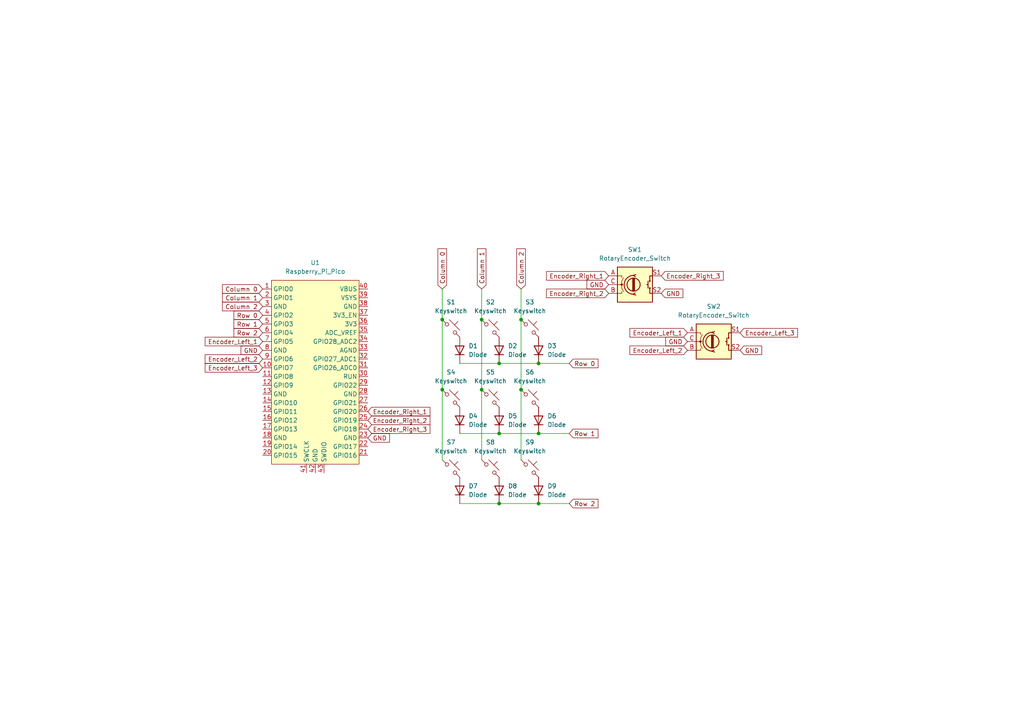
<source format=kicad_sch>
(kicad_sch (version 20231120) (generator "eeschema") (generator_version "8.0")
  (paper "A4")
  (lib_symbols
    (symbol "Device:RotaryEncoder_Switch" (pin_names (offset 0.254) hide)
      (property "Reference" "SW" (at 0 6.604 0))
      (property "Value" "RotaryEncoder_Switch" (at 0 -6.604 0))
      (symbol "RotaryEncoder_Switch_0_1"
        (rectangle (start -5.08 5.08) (end 5.08 -5.08) (stroke (width 0.254)) (fill (type background)))
        (circle (center -3.81 0) (radius 0.254) (fill (type outline)))
        (circle (center -0.381 0) (radius 1.905) (stroke (width 0.254)))
        (arc (start -0.381 2.667) (mid -3.0988 -0.0635) (end -0.381 -2.794) (stroke (width 0.254)))
        (polyline (pts (xy -0.635 -1.778) (xy -0.635 1.778)) (stroke (width 0.254)))
        (polyline (pts (xy -0.381 -1.778) (xy -0.381 1.778)) (stroke (width 0.254)))
        (polyline (pts (xy -0.127 1.778) (xy -0.127 -1.778)) (stroke (width 0.254)))
        (polyline (pts (xy 3.81 0) (xy 3.429 0)) (stroke (width 0.254)))
        (polyline (pts (xy 3.81 1.016) (xy 3.81 -1.016)) (stroke (width 0.254)))
        (polyline (pts (xy -5.08 -2.54) (xy -3.81 -2.54) (xy -3.81 -2.032)))
        (polyline (pts (xy -5.08 2.54) (xy -3.81 2.54) (xy -3.81 2.032)))
        (polyline (pts (xy 0.254 -3.048) (xy -0.508 -2.794) (xy 0.127 -2.413)) (stroke (width 0.254)))
        (polyline (pts (xy 0.254 2.921) (xy -0.508 2.667) (xy 0.127 2.286)) (stroke (width 0.254)))
        (polyline (pts (xy 5.08 -2.54) (xy 4.318 -2.54) (xy 4.318 -1.016)) (stroke (width 0.254)))
        (polyline (pts (xy 5.08 2.54) (xy 4.318 2.54) (xy 4.318 1.016)) (stroke (width 0.254)))
        (polyline (pts (xy -5.08 0) (xy -3.81 0) (xy -3.81 -1.016) (xy -3.302 -2.032)))
        (polyline (pts (xy -4.318 0) (xy -3.81 0) (xy -3.81 1.016) (xy -3.302 2.032)))
        (circle (center 4.318 -1.016) (radius 0.127) (stroke (width 0.254)))
        (circle (center 4.318 1.016) (radius 0.127) (stroke (width 0.254)))
      )
      (symbol "RotaryEncoder_Switch_1_1"
        (pin passive line (at -7.62 2.54 0) (length 2.54) (name "A") (number "A"))
        (pin passive line (at -7.62 -2.54 0) (length 2.54) (name "B") (number "B"))
        (pin passive line (at -7.62 0 0) (length 2.54) (name "C") (number "C"))
        (pin passive line (at 7.62 2.54 180) (length 2.54) (name "S1") (number "S1"))
        (pin passive line (at 7.62 -2.54 180) (length 2.54) (name "S2") (number "S2"))
      )
    )
    (symbol "ScottoKeebs:MCU_Raspberry_Pi_Pico"
      (property "Reference" "U" (at 0 0 0))
      (property "Value" "Raspberry_Pi_Pico" (at 0 27.94 0))
      (symbol "MCU_Raspberry_Pi_Pico_0_1"
        (rectangle (start -12.7 26.67) (end 12.7 -26.67) (fill (type background)))
      )
      (symbol "MCU_Raspberry_Pi_Pico_1_1"
        (pin bidirectional line (at -15.24 24.13 0) (length 2.54) (name "GPIO0") (number "1"))
        (pin bidirectional line (at -15.24 1.27 0) (length 2.54) (name "GPIO7") (number "10"))
        (pin bidirectional line (at -15.24 -1.27 0) (length 2.54) (name "GPIO8") (number "11"))
        (pin bidirectional line (at -15.24 -3.81 0) (length 2.54) (name "GPIO9") (number "12"))
        (pin power_in line (at -15.24 -6.35 0) (length 2.54) (name "GND") (number "13"))
        (pin bidirectional line (at -15.24 -8.89 0) (length 2.54) (name "GPIO10") (number "14"))
        (pin bidirectional line (at -15.24 -11.43 0) (length 2.54) (name "GPIO11") (number "15"))
        (pin bidirectional line (at -15.24 -13.97 0) (length 2.54) (name "GPIO12") (number "16"))
        (pin bidirectional line (at -15.24 -16.51 0) (length 2.54) (name "GPIO13") (number "17"))
        (pin power_in line (at -15.24 -19.05 0) (length 2.54) (name "GND") (number "18"))
        (pin bidirectional line (at -15.24 -21.59 0) (length 2.54) (name "GPIO14") (number "19"))
        (pin bidirectional line (at -15.24 21.59 0) (length 2.54) (name "GPIO1") (number "2"))
        (pin bidirectional line (at -15.24 -24.13 0) (length 2.54) (name "GPIO15") (number "20"))
        (pin bidirectional line (at 15.24 -24.13 180) (length 2.54) (name "GPIO16") (number "21"))
        (pin bidirectional line (at 15.24 -21.59 180) (length 2.54) (name "GPIO17") (number "22"))
        (pin power_in line (at 15.24 -19.05 180) (length 2.54) (name "GND") (number "23"))
        (pin bidirectional line (at 15.24 -16.51 180) (length 2.54) (name "GPIO18") (number "24"))
        (pin bidirectional line (at 15.24 -13.97 180) (length 2.54) (name "GPIO19") (number "25"))
        (pin bidirectional line (at 15.24 -11.43 180) (length 2.54) (name "GPIO20") (number "26"))
        (pin bidirectional line (at 15.24 -8.89 180) (length 2.54) (name "GPIO21") (number "27"))
        (pin power_in line (at 15.24 -6.35 180) (length 2.54) (name "GND") (number "28"))
        (pin bidirectional line (at 15.24 -3.81 180) (length 2.54) (name "GPIO22") (number "29"))
        (pin power_in line (at -15.24 19.05 0) (length 2.54) (name "GND") (number "3"))
        (pin input line (at 15.24 -1.27 180) (length 2.54) (name "RUN") (number "30"))
        (pin bidirectional line (at 15.24 1.27 180) (length 2.54) (name "GPIO26_ADC0") (number "31"))
        (pin bidirectional line (at 15.24 3.81 180) (length 2.54) (name "GPIO27_ADC1") (number "32"))
        (pin power_in line (at 15.24 6.35 180) (length 2.54) (name "AGND") (number "33"))
        (pin bidirectional line (at 15.24 8.89 180) (length 2.54) (name "GPIO28_ADC2") (number "34"))
        (pin power_in line (at 15.24 11.43 180) (length 2.54) (name "ADC_VREF") (number "35"))
        (pin power_in line (at 15.24 13.97 180) (length 2.54) (name "3V3") (number "36"))
        (pin input line (at 15.24 16.51 180) (length 2.54) (name "3V3_EN") (number "37"))
        (pin bidirectional line (at 15.24 19.05 180) (length 2.54) (name "GND") (number "38"))
        (pin power_in line (at 15.24 21.59 180) (length 2.54) (name "VSYS") (number "39"))
        (pin bidirectional line (at -15.24 16.51 0) (length 2.54) (name "GPIO2") (number "4"))
        (pin power_in line (at 15.24 24.13 180) (length 2.54) (name "VBUS") (number "40"))
        (pin input line (at -2.54 -29.21 90) (length 2.54) (name "SWCLK") (number "41"))
        (pin power_in line (at 0 -29.21 90) (length 2.54) (name "GND") (number "42"))
        (pin bidirectional line (at 2.54 -29.21 90) (length 2.54) (name "SWDIO") (number "43"))
        (pin bidirectional line (at -15.24 13.97 0) (length 2.54) (name "GPIO3") (number "5"))
        (pin bidirectional line (at -15.24 11.43 0) (length 2.54) (name "GPIO4") (number "6"))
        (pin bidirectional line (at -15.24 8.89 0) (length 2.54) (name "GPIO5") (number "7"))
        (pin power_in line (at -15.24 6.35 0) (length 2.54) (name "GND") (number "8"))
        (pin bidirectional line (at -15.24 3.81 0) (length 2.54) (name "GPIO6") (number "9"))
      )
    )
    (symbol "ScottoKeebs:Placeholder_Diode" (pin_numbers hide) (pin_names hide)
      (property "Reference" "D" (at 0 2.54 0))
      (property "Value" "Diode" (at 0 -2.54 0))
      (symbol "Placeholder_Diode_0_1"
        (polyline (pts (xy -1.27 1.27) (xy -1.27 -1.27)) (stroke (width 0.254)))
        (polyline (pts (xy 1.27 0) (xy -1.27 0)))
        (polyline (pts (xy 1.27 1.27) (xy 1.27 -1.27) (xy -1.27 0) (xy 1.27 1.27)) (stroke (width 0.254)))
      )
      (symbol "Placeholder_Diode_1_1"
        (pin passive line (at -3.81 0 0) (length 2.54) (name "K") (number "1"))
        (pin passive line (at 3.81 0 180) (length 2.54) (name "A") (number "2"))
      )
    )
    (symbol "ScottoKeebs:Placeholder_Keyswitch" (pin_numbers hide) (pin_names (offset 1.016) hide)
      (property "Reference" "S" (at 3.048 1.016 0))
      (property "Value" "Keyswitch" (at 0 -3.81 0))
      (symbol "Placeholder_Keyswitch_0_1"
        (circle (center -1.1684 1.1684) (radius 0.508))
        (polyline (pts (xy -0.508 2.54) (xy 2.54 -0.508)))
        (polyline (pts (xy 1.016 1.016) (xy 2.032 2.032)))
        (polyline (pts (xy -2.54 2.54) (xy -1.524 1.524) (xy -1.524 1.524)))
        (polyline (pts (xy 1.524 -1.524) (xy 2.54 -2.54) (xy 2.54 -2.54) (xy 2.54 -2.54)))
        (circle (center 1.143 -1.1938) (radius 0.508))
        (pin passive line (at -2.54 2.54 0) (length 0) (name "1") (number "1"))
        (pin passive line (at 2.54 -2.54 180) (length 0) (name "2") (number "2"))
      )
    )
  )
  (junction (at 144.78 146.05))
  (junction (at 151.13 92.71))
  (junction (at 156.21 146.05))
  (junction (at 144.78 105.41))
  (junction (at 144.78 125.73))
  (junction (at 151.13 113.03))
  (junction (at 156.21 125.73))
  (junction (at 128.27 92.71))
  (junction (at 128.27 113.03))
  (junction (at 139.7 113.03))
  (junction (at 156.21 105.41))
  (junction (at 139.7 92.71))
  (wire (pts (xy 144.78 105.41) (xy 156.21 105.41)))
  (wire (pts (xy 144.78 125.73) (xy 156.21 125.73)))
  (wire (pts (xy 133.35 125.73) (xy 144.78 125.73)))
  (wire (pts (xy 128.27 83.82) (xy 128.27 92.71)))
  (wire (pts (xy 151.13 92.71) (xy 151.13 113.03)))
  (wire (pts (xy 144.78 146.05) (xy 156.21 146.05)))
  (wire (pts (xy 156.21 105.41) (xy 165.1 105.41)))
  (wire (pts (xy 139.7 83.82) (xy 139.7 92.71)))
  (wire (pts (xy 151.13 83.82) (xy 151.13 92.71)))
  (wire (pts (xy 133.35 146.05) (xy 144.78 146.05)))
  (wire (pts (xy 128.27 113.03) (xy 128.27 133.35)))
  (wire (pts (xy 128.27 92.71) (xy 128.27 113.03)))
  (wire (pts (xy 133.35 105.41) (xy 144.78 105.41)))
  (wire (pts (xy 139.7 92.71) (xy 139.7 113.03)))
  (wire (pts (xy 139.7 113.03) (xy 139.7 133.35)))
  (wire (pts (xy 156.21 125.73) (xy 165.1 125.73)))
  (wire (pts (xy 156.21 146.05) (xy 165.1 146.05)))
  (wire (pts (xy 151.13 113.03) (xy 151.13 133.35)))
  (global_label "Encoder_Right_2" (shape input) (at 106.68 121.92 0) (property "Intersheetrefs" "${INTERSHEET_REFS}" (effects (hide yes))))
  (global_label "Column 0" (shape input) (at 128.27 83.82 90) (property "Intersheetrefs" "${INTERSHEET_REFS}" (effects (hide yes))))
  (global_label "Encoder_Right_3" (shape input) (at 106.68 124.46 0) (property "Intersheetrefs" "${INTERSHEET_REFS}" (effects (hide yes))))
  (global_label "Column 1" (shape input) (at 139.7 83.82 90) (property "Intersheetrefs" "${INTERSHEET_REFS}" (effects (hide yes))))
  (global_label "GND" (shape input) (at 106.68 127 0) (property "Intersheetrefs" "${INTERSHEET_REFS}" (effects (hide yes))))
  (global_label "Row 2" (shape input) (at 76.2 96.52 180) (property "Intersheetrefs" "${INTERSHEET_REFS}" (effects (hide yes))))
  (global_label "Column 0" (shape input) (at 76.2 83.82 180) (property "Intersheetrefs" "${INTERSHEET_REFS}" (effects (hide yes))))
  (global_label "Row 1" (shape input) (at 76.2 93.98 180) (property "Intersheetrefs" "${INTERSHEET_REFS}" (effects (hide yes))))
  (global_label "Encoder_Left_1" (shape input) (at 76.2 99.06 180) (property "Intersheetrefs" "${INTERSHEET_REFS}" (effects (hide yes))))
  (global_label "GND" (shape input) (at 199.39 99.06 180) (property "Intersheetrefs" "${INTERSHEET_REFS}" (effects (hide yes))))
  (global_label "Encoder_Left_3" (shape input) (at 76.2 106.68 180) (property "Intersheetrefs" "${INTERSHEET_REFS}" (effects (hide yes))))
  (global_label "Column 2" (shape input) (at 76.2 88.9 180) (property "Intersheetrefs" "${INTERSHEET_REFS}" (effects (hide yes))))
  (global_label "Row 0" (shape input) (at 76.2 91.44 180) (property "Intersheetrefs" "${INTERSHEET_REFS}" (effects (hide yes))))
  (global_label "GND" (shape input) (at 176.53 82.55 180) (property "Intersheetrefs" "${INTERSHEET_REFS}" (effects (hide yes))))
  (global_label "Column 2" (shape input) (at 151.13 83.82 90) (property "Intersheetrefs" "${INTERSHEET_REFS}" (effects (hide yes))))
  (global_label "Encoder_Right_1" (shape input) (at 176.53 80.01 180) (property "Intersheetrefs" "${INTERSHEET_REFS}" (effects (hide yes))))
  (global_label "Encoder_Left_1" (shape input) (at 199.39 96.52 180) (property "Intersheetrefs" "${INTERSHEET_REFS}" (effects (hide yes))))
  (global_label "Encoder_Left_2" (shape input) (at 199.39 101.6 180) (property "Intersheetrefs" "${INTERSHEET_REFS}" (effects (hide yes))))
  (global_label "GND" (shape input) (at 214.63 101.6 0) (property "Intersheetrefs" "${INTERSHEET_REFS}" (effects (hide yes))))
  (global_label "Row 1" (shape input) (at 165.1 125.73 0) (property "Intersheetrefs" "${INTERSHEET_REFS}" (effects (hide yes))))
  (global_label "Encoder_Right_1" (shape input) (at 106.68 119.38 0) (property "Intersheetrefs" "${INTERSHEET_REFS}" (effects (hide yes))))
  (global_label "Encoder_Left_2" (shape input) (at 76.2 104.14 180) (property "Intersheetrefs" "${INTERSHEET_REFS}" (effects (hide yes))))
  (global_label "Encoder_Right_3" (shape input) (at 191.77 80.01 0) (property "Intersheetrefs" "${INTERSHEET_REFS}" (effects (hide yes))))
  (global_label "GND" (shape input) (at 191.77 85.09 0) (property "Intersheetrefs" "${INTERSHEET_REFS}" (effects (hide yes))))
  (global_label "GND" (shape input) (at 76.2 101.6 180) (property "Intersheetrefs" "${INTERSHEET_REFS}" (effects (hide yes))))
  (global_label "Row 2" (shape input) (at 165.1 146.05 0) (property "Intersheetrefs" "${INTERSHEET_REFS}" (effects (hide yes))))
  (global_label "Encoder_Left_3" (shape input) (at 214.63 96.52 0) (property "Intersheetrefs" "${INTERSHEET_REFS}" (effects (hide yes))))
  (global_label "Column 1" (shape input) (at 76.2 86.36 180) (property "Intersheetrefs" "${INTERSHEET_REFS}" (effects (hide yes))))
  (global_label "Encoder_Right_2" (shape input) (at 176.53 85.09 180) (property "Intersheetrefs" "${INTERSHEET_REFS}" (effects (hide yes))))
  (global_label "Row 0" (shape input) (at 165.1 105.41 0) (property "Intersheetrefs" "${INTERSHEET_REFS}" (effects (hide yes))))
  (symbol (lib_id "ScottoKeebs:Placeholder_Keyswitch") (at 142.24 135.89 0) (unit 1)
    (property "Reference" "S8" (at 142.24 128.27 0))
    (property "Value" "Keyswitch" (at 142.24 130.81 0))
    (property "Footprint" "ScottoKeebs_MX:MX_PCB_1.00u" (effects (hide yes)))
    (property "Description" "Push button switch, normally open, two pins, 45° tilted" (effects (hide yes)))
  )
  (symbol (lib_id "ScottoKeebs:Placeholder_Keyswitch") (at 153.67 95.25 0) (unit 1)
    (property "Reference" "S3" (at 153.67 87.63 0))
    (property "Value" "Keyswitch" (at 153.67 90.17 0))
    (property "Footprint" "ScottoKeebs_MX:MX_PCB_1.00u" (effects (hide yes)))
    (property "Description" "Push button switch, normally open, two pins, 45° tilted" (effects (hide yes)))
  )
  (symbol (lib_id "ScottoKeebs:Placeholder_Diode") (at 133.35 121.92 90) (unit 1)
    (property "Reference" "D4" (at 135.89 120.6499 90) (effects (justify right)))
    (property "Value" "Diode" (at 135.89 123.1899 90) (effects (justify right)))
    (property "Footprint" "ScottoKeebs_Components:Diode_DO-35" (effects (hide yes)))
    (property "Description" "1N4148 (DO-35) or 1N4148W (SOD-123)" (effects (hide yes)))
    (property "Sim.Device" "D" (effects (hide yes)))
    (property "Sim.Pins" "1=K 2=A" (effects (hide yes)))
  )
  (symbol (lib_id "ScottoKeebs:Placeholder_Keyswitch") (at 142.24 115.57 0) (unit 1)
    (property "Reference" "S5" (at 142.24 107.95 0))
    (property "Value" "Keyswitch" (at 142.24 110.49 0))
    (property "Footprint" "ScottoKeebs_MX:MX_PCB_1.00u" (effects (hide yes)))
    (property "Description" "Push button switch, normally open, two pins, 45° tilted" (effects (hide yes)))
  )
  (symbol (lib_id "ScottoKeebs:Placeholder_Diode") (at 144.78 142.24 90) (unit 1)
    (property "Reference" "D8" (at 147.32 140.9699 90) (effects (justify right)))
    (property "Value" "Diode" (at 147.32 143.5099 90) (effects (justify right)))
    (property "Footprint" "ScottoKeebs_Components:Diode_DO-35" (effects (hide yes)))
    (property "Description" "1N4148 (DO-35) or 1N4148W (SOD-123)" (effects (hide yes)))
    (property "Sim.Device" "D" (effects (hide yes)))
    (property "Sim.Pins" "1=K 2=A" (effects (hide yes)))
  )
  (symbol (lib_id "ScottoKeebs:Placeholder_Diode") (at 144.78 121.92 90) (unit 1)
    (property "Reference" "D5" (at 147.32 120.6499 90) (effects (justify right)))
    (property "Value" "Diode" (at 147.32 123.1899 90) (effects (justify right)))
    (property "Footprint" "ScottoKeebs_Components:Diode_DO-35" (effects (hide yes)))
    (property "Description" "1N4148 (DO-35) or 1N4148W (SOD-123)" (effects (hide yes)))
    (property "Sim.Device" "D" (effects (hide yes)))
    (property "Sim.Pins" "1=K 2=A" (effects (hide yes)))
  )
  (symbol (lib_id "ScottoKeebs:Placeholder_Keyswitch") (at 153.67 135.89 0) (unit 1)
    (property "Reference" "S9" (at 153.67 128.27 0))
    (property "Value" "Keyswitch" (at 153.67 130.81 0))
    (property "Footprint" "ScottoKeebs_MX:MX_PCB_1.00u" (effects (hide yes)))
    (property "Description" "Push button switch, normally open, two pins, 45° tilted" (effects (hide yes)))
  )
  (symbol (lib_id "ScottoKeebs:Placeholder_Diode") (at 144.78 101.6 90) (unit 1)
    (property "Reference" "D2" (at 147.32 100.3299 90) (effects (justify right)))
    (property "Value" "Diode" (at 147.32 102.8699 90) (effects (justify right)))
    (property "Footprint" "ScottoKeebs_Components:Diode_DO-35" (effects (hide yes)))
    (property "Description" "1N4148 (DO-35) or 1N4148W (SOD-123)" (effects (hide yes)))
    (property "Sim.Device" "D" (effects (hide yes)))
    (property "Sim.Pins" "1=K 2=A" (effects (hide yes)))
  )
  (symbol (lib_id "ScottoKeebs:MCU_Raspberry_Pi_Pico") (at 91.44 107.95 0) (unit 1)
    (property "Reference" "U1" (at 91.44 76.2 0))
    (property "Value" "Raspberry_Pi_Pico" (at 91.44 78.74 0))
    (property "Footprint" "ScottoKeebs_MCU:Raspberry_Pi_Pico" (effects (hide yes)))
  )
  (symbol (lib_id "ScottoKeebs:Placeholder_Keyswitch") (at 130.81 135.89 0) (unit 1)
    (property "Reference" "S7" (at 130.81 128.27 0))
    (property "Value" "Keyswitch" (at 130.81 130.81 0))
    (property "Footprint" "ScottoKeebs_MX:MX_PCB_1.00u" (effects (hide yes)))
    (property "Description" "Push button switch, normally open, two pins, 45° tilted" (effects (hide yes)))
  )
  (symbol (lib_id "ScottoKeebs:Placeholder_Keyswitch") (at 142.24 95.25 0) (unit 1)
    (property "Reference" "S2" (at 142.24 87.63 0))
    (property "Value" "Keyswitch" (at 142.24 90.17 0))
    (property "Footprint" "ScottoKeebs_MX:MX_PCB_1.00u" (effects (hide yes)))
    (property "Description" "Push button switch, normally open, two pins, 45° tilted" (effects (hide yes)))
  )
  (symbol (lib_id "ScottoKeebs:Placeholder_Diode") (at 156.21 101.6 90) (unit 1)
    (property "Reference" "D3" (at 158.75 100.3299 90) (effects (justify right)))
    (property "Value" "Diode" (at 158.75 102.8699 90) (effects (justify right)))
    (property "Footprint" "ScottoKeebs_Components:Diode_DO-35" (effects (hide yes)))
    (property "Description" "1N4148 (DO-35) or 1N4148W (SOD-123)" (effects (hide yes)))
    (property "Sim.Device" "D" (effects (hide yes)))
    (property "Sim.Pins" "1=K 2=A" (effects (hide yes)))
  )
  (symbol (lib_id "ScottoKeebs:Placeholder_Diode") (at 156.21 142.24 90) (unit 1)
    (property "Reference" "D9" (at 158.75 140.9699 90) (effects (justify right)))
    (property "Value" "Diode" (at 158.75 143.5099 90) (effects (justify right)))
    (property "Footprint" "ScottoKeebs_Components:Diode_DO-35" (effects (hide yes)))
    (property "Description" "1N4148 (DO-35) or 1N4148W (SOD-123)" (effects (hide yes)))
    (property "Sim.Device" "D" (effects (hide yes)))
    (property "Sim.Pins" "1=K 2=A" (effects (hide yes)))
  )
  (symbol (lib_id "ScottoKeebs:Placeholder_Keyswitch") (at 130.81 95.25 0) (unit 1)
    (property "Reference" "S1" (at 130.81 87.63 0))
    (property "Value" "Keyswitch" (at 130.81 90.17 0))
    (property "Footprint" "ScottoKeebs_MX:MX_PCB_1.00u" (effects (hide yes)))
    (property "Description" "Push button switch, normally open, two pins, 45° tilted" (effects (hide yes)))
  )
  (symbol (lib_id "ScottoKeebs:Placeholder_Diode") (at 156.21 121.92 90) (unit 1)
    (property "Reference" "D6" (at 158.75 120.6499 90) (effects (justify right)))
    (property "Value" "Diode" (at 158.75 123.1899 90) (effects (justify right)))
    (property "Footprint" "ScottoKeebs_Components:Diode_DO-35" (effects (hide yes)))
    (property "Description" "1N4148 (DO-35) or 1N4148W (SOD-123)" (effects (hide yes)))
    (property "Sim.Device" "D" (effects (hide yes)))
    (property "Sim.Pins" "1=K 2=A" (effects (hide yes)))
  )
  (symbol (lib_id "ScottoKeebs:Placeholder_Diode") (at 133.35 142.24 90) (unit 1)
    (property "Reference" "D7" (at 135.89 140.9699 90) (effects (justify right)))
    (property "Value" "Diode" (at 135.89 143.5099 90) (effects (justify right)))
    (property "Footprint" "ScottoKeebs_Components:Diode_DO-35" (effects (hide yes)))
    (property "Description" "1N4148 (DO-35) or 1N4148W (SOD-123)" (effects (hide yes)))
    (property "Sim.Device" "D" (effects (hide yes)))
    (property "Sim.Pins" "1=K 2=A" (effects (hide yes)))
  )
  (symbol (lib_id "Device:RotaryEncoder_Switch") (at 207.01 99.06 0) (unit 1)
    (property "Reference" "SW2" (at 207.01 88.9 0))
    (property "Value" "RotaryEncoder_Switch" (at 207.01 91.44 0))
    (property "Footprint" "Rotary_Encoder:RotaryEncoder_Bourns_Vertical_PEC12R-3x17F-Sxxxx" (effects (hide yes)))
    (property "Description" "Rotary encoder, dual channel, incremental quadrate outputs, with switch" (effects (hide yes)))
  )
  (symbol (lib_id "ScottoKeebs:Placeholder_Keyswitch") (at 130.81 115.57 0) (unit 1)
    (property "Reference" "S4" (at 130.81 107.95 0))
    (property "Value" "Keyswitch" (at 130.81 110.49 0))
    (property "Footprint" "ScottoKeebs_MX:MX_PCB_1.00u" (effects (hide yes)))
    (property "Description" "Push button switch, normally open, two pins, 45° tilted" (effects (hide yes)))
  )
  (symbol (lib_id "ScottoKeebs:Placeholder_Keyswitch") (at 153.67 115.57 0) (unit 1)
    (property "Reference" "S6" (at 153.67 107.95 0))
    (property "Value" "Keyswitch" (at 153.67 110.49 0))
    (property "Footprint" "ScottoKeebs_MX:MX_PCB_1.00u" (effects (hide yes)))
    (property "Description" "Push button switch, normally open, two pins, 45° tilted" (effects (hide yes)))
  )
  (symbol (lib_id "ScottoKeebs:Placeholder_Diode") (at 133.35 101.6 90) (unit 1)
    (property "Reference" "D1" (at 135.89 100.3299 90) (effects (justify right)))
    (property "Value" "Diode" (at 135.89 102.8699 90) (effects (justify right)))
    (property "Footprint" "ScottoKeebs_Components:Diode_DO-35" (effects (hide yes)))
    (property "Description" "1N4148 (DO-35) or 1N4148W (SOD-123)" (effects (hide yes)))
    (property "Sim.Device" "D" (effects (hide yes)))
    (property "Sim.Pins" "1=K 2=A" (effects (hide yes)))
  )
  (symbol (lib_id "Device:RotaryEncoder_Switch") (at 184.15 82.55 0) (unit 1)
    (property "Reference" "SW1" (at 184.15 72.39 0))
    (property "Value" "RotaryEncoder_Switch" (at 184.15 74.93 0))
    (property "Footprint" "Rotary_Encoder:RotaryEncoder_Bourns_Vertical_PEC12R-3x17F-Sxxxx" (effects (hide yes)))
    (property "Description" "Rotary encoder, dual channel, incremental quadrate outputs, with switch" (effects (hide yes)))
  )
)
</source>
